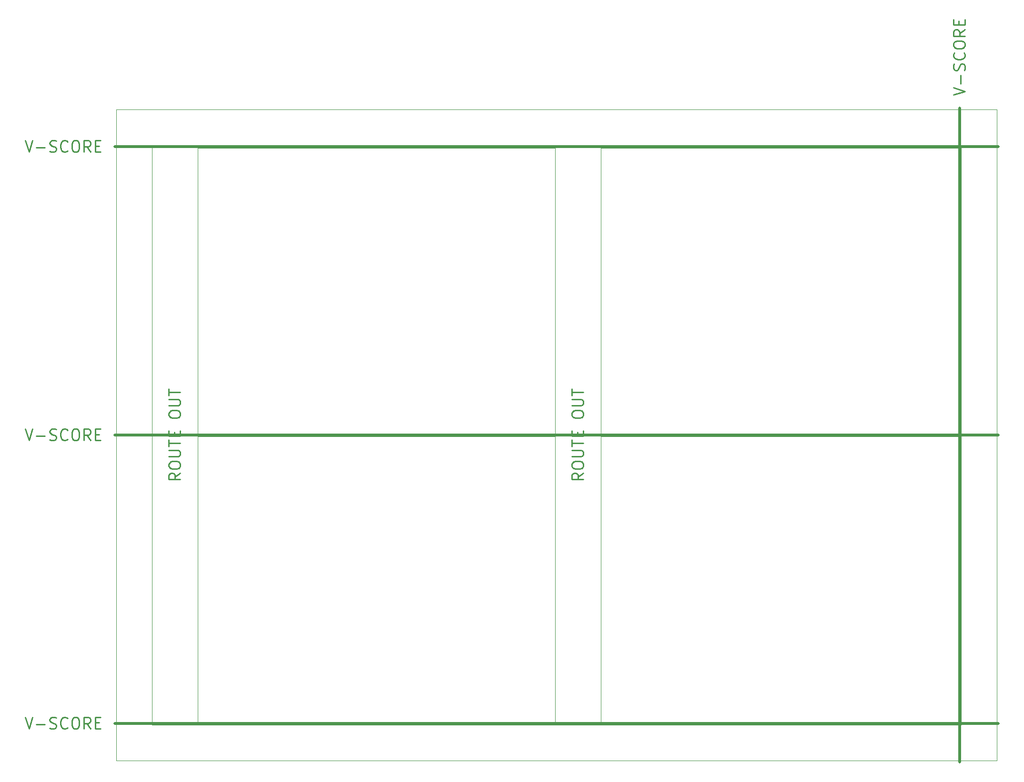
<source format=gko>
%TF.GenerationSoftware,KiCad,Pcbnew,9.0.1*%
%TF.CreationDate,2025-05-12T17:56:43+01:00*%
%TF.ProjectId,SparkFun_GNSS_Flex_Breakout_panelized,53706172-6b46-4756-9e5f-474e53535f46,v10*%
%TF.SameCoordinates,Original*%
%TF.FileFunction,Soldermask,Bot*%
%TF.FilePolarity,Negative*%
%FSLAX46Y46*%
G04 Gerber Fmt 4.6, Leading zero omitted, Abs format (unit mm)*
G04 Created by KiCad (PCBNEW 9.0.1) date 2025-05-12 17:56:43*
%MOMM*%
%LPD*%
G01*
G04 APERTURE LIST*
%TA.AperFunction,Profile*%
%ADD10C,0.100000*%
%TD*%
%ADD11C,0.500000*%
%ADD12C,0.250000*%
G04 APERTURE END LIST*
D10*
X-8120000Y-500000D02*
X-8120000Y102600000D01*
X63500000Y0D02*
X0Y0D01*
X0Y50800000D01*
X63500000Y50800000D01*
X63500000Y0D01*
X141970000Y108950000D02*
X141970000Y-6850000D01*
X141970000Y-6850000D02*
X-14470000Y-6850000D01*
X63500000Y51300000D02*
X0Y51300000D01*
X0Y102100000D01*
X63500000Y102100000D01*
X63500000Y51300000D01*
X135620000Y102600000D02*
X135620000Y-500000D01*
X135120000Y0D02*
X71620000Y0D01*
X71620000Y50800000D01*
X135120000Y50800000D01*
X135120000Y0D01*
X-8120000Y102600000D02*
X135620000Y102600000D01*
X-14470000Y108950000D02*
X141970000Y108950000D01*
X135120000Y51300000D02*
X71620000Y51300000D01*
X71620000Y102100000D01*
X135120000Y102100000D01*
X135120000Y51300000D01*
X135620000Y-500000D02*
X-8120000Y-500000D01*
X-14470000Y-6850000D02*
X-14470000Y108950000D01*
D11*
X135370000Y109200000D02*
X135370000Y-7100000D01*
X-14720000Y51050000D02*
X142220000Y51050000D01*
X-14720000Y102350000D02*
X142220000Y102350000D01*
X-14720000Y-250000D02*
X142220000Y-250000D01*
D12*
X68472238Y44288095D02*
X67519857Y43621428D01*
X68472238Y43145238D02*
X66472238Y43145238D01*
X66472238Y43145238D02*
X66472238Y43907143D01*
X66472238Y43907143D02*
X66567476Y44097619D01*
X66567476Y44097619D02*
X66662714Y44192857D01*
X66662714Y44192857D02*
X66853190Y44288095D01*
X66853190Y44288095D02*
X67138904Y44288095D01*
X67138904Y44288095D02*
X67329380Y44192857D01*
X67329380Y44192857D02*
X67424619Y44097619D01*
X67424619Y44097619D02*
X67519857Y43907143D01*
X67519857Y43907143D02*
X67519857Y43145238D01*
X66472238Y45526190D02*
X66472238Y45907143D01*
X66472238Y45907143D02*
X66567476Y46097619D01*
X66567476Y46097619D02*
X66757952Y46288095D01*
X66757952Y46288095D02*
X67138904Y46383333D01*
X67138904Y46383333D02*
X67805571Y46383333D01*
X67805571Y46383333D02*
X68186523Y46288095D01*
X68186523Y46288095D02*
X68377000Y46097619D01*
X68377000Y46097619D02*
X68472238Y45907143D01*
X68472238Y45907143D02*
X68472238Y45526190D01*
X68472238Y45526190D02*
X68377000Y45335714D01*
X68377000Y45335714D02*
X68186523Y45145238D01*
X68186523Y45145238D02*
X67805571Y45050000D01*
X67805571Y45050000D02*
X67138904Y45050000D01*
X67138904Y45050000D02*
X66757952Y45145238D01*
X66757952Y45145238D02*
X66567476Y45335714D01*
X66567476Y45335714D02*
X66472238Y45526190D01*
X66472238Y47240476D02*
X68091285Y47240476D01*
X68091285Y47240476D02*
X68281761Y47335714D01*
X68281761Y47335714D02*
X68377000Y47430952D01*
X68377000Y47430952D02*
X68472238Y47621428D01*
X68472238Y47621428D02*
X68472238Y48002381D01*
X68472238Y48002381D02*
X68377000Y48192857D01*
X68377000Y48192857D02*
X68281761Y48288095D01*
X68281761Y48288095D02*
X68091285Y48383333D01*
X68091285Y48383333D02*
X66472238Y48383333D01*
X66472238Y49050000D02*
X66472238Y50192857D01*
X68472238Y49621428D02*
X66472238Y49621428D01*
X67424619Y50859524D02*
X67424619Y51526191D01*
X68472238Y51811905D02*
X68472238Y50859524D01*
X68472238Y50859524D02*
X66472238Y50859524D01*
X66472238Y50859524D02*
X66472238Y51811905D01*
X66472238Y54573810D02*
X66472238Y54954763D01*
X66472238Y54954763D02*
X66567476Y55145239D01*
X66567476Y55145239D02*
X66757952Y55335715D01*
X66757952Y55335715D02*
X67138904Y55430953D01*
X67138904Y55430953D02*
X67805571Y55430953D01*
X67805571Y55430953D02*
X68186523Y55335715D01*
X68186523Y55335715D02*
X68377000Y55145239D01*
X68377000Y55145239D02*
X68472238Y54954763D01*
X68472238Y54954763D02*
X68472238Y54573810D01*
X68472238Y54573810D02*
X68377000Y54383334D01*
X68377000Y54383334D02*
X68186523Y54192858D01*
X68186523Y54192858D02*
X67805571Y54097620D01*
X67805571Y54097620D02*
X67138904Y54097620D01*
X67138904Y54097620D02*
X66757952Y54192858D01*
X66757952Y54192858D02*
X66567476Y54383334D01*
X66567476Y54383334D02*
X66472238Y54573810D01*
X66472238Y56288096D02*
X68091285Y56288096D01*
X68091285Y56288096D02*
X68281761Y56383334D01*
X68281761Y56383334D02*
X68377000Y56478572D01*
X68377000Y56478572D02*
X68472238Y56669048D01*
X68472238Y56669048D02*
X68472238Y57050001D01*
X68472238Y57050001D02*
X68377000Y57240477D01*
X68377000Y57240477D02*
X68281761Y57335715D01*
X68281761Y57335715D02*
X68091285Y57430953D01*
X68091285Y57430953D02*
X66472238Y57430953D01*
X66472238Y58097620D02*
X66472238Y59240477D01*
X68472238Y58669048D02*
X66472238Y58669048D01*
X-3147762Y44288095D02*
X-4100143Y43621428D01*
X-3147762Y43145238D02*
X-5147762Y43145238D01*
X-5147762Y43145238D02*
X-5147762Y43907143D01*
X-5147762Y43907143D02*
X-5052524Y44097619D01*
X-5052524Y44097619D02*
X-4957286Y44192857D01*
X-4957286Y44192857D02*
X-4766810Y44288095D01*
X-4766810Y44288095D02*
X-4481096Y44288095D01*
X-4481096Y44288095D02*
X-4290620Y44192857D01*
X-4290620Y44192857D02*
X-4195381Y44097619D01*
X-4195381Y44097619D02*
X-4100143Y43907143D01*
X-4100143Y43907143D02*
X-4100143Y43145238D01*
X-5147762Y45526190D02*
X-5147762Y45907143D01*
X-5147762Y45907143D02*
X-5052524Y46097619D01*
X-5052524Y46097619D02*
X-4862048Y46288095D01*
X-4862048Y46288095D02*
X-4481096Y46383333D01*
X-4481096Y46383333D02*
X-3814429Y46383333D01*
X-3814429Y46383333D02*
X-3433477Y46288095D01*
X-3433477Y46288095D02*
X-3243000Y46097619D01*
X-3243000Y46097619D02*
X-3147762Y45907143D01*
X-3147762Y45907143D02*
X-3147762Y45526190D01*
X-3147762Y45526190D02*
X-3243000Y45335714D01*
X-3243000Y45335714D02*
X-3433477Y45145238D01*
X-3433477Y45145238D02*
X-3814429Y45050000D01*
X-3814429Y45050000D02*
X-4481096Y45050000D01*
X-4481096Y45050000D02*
X-4862048Y45145238D01*
X-4862048Y45145238D02*
X-5052524Y45335714D01*
X-5052524Y45335714D02*
X-5147762Y45526190D01*
X-5147762Y47240476D02*
X-3528715Y47240476D01*
X-3528715Y47240476D02*
X-3338239Y47335714D01*
X-3338239Y47335714D02*
X-3243000Y47430952D01*
X-3243000Y47430952D02*
X-3147762Y47621428D01*
X-3147762Y47621428D02*
X-3147762Y48002381D01*
X-3147762Y48002381D02*
X-3243000Y48192857D01*
X-3243000Y48192857D02*
X-3338239Y48288095D01*
X-3338239Y48288095D02*
X-3528715Y48383333D01*
X-3528715Y48383333D02*
X-5147762Y48383333D01*
X-5147762Y49050000D02*
X-5147762Y50192857D01*
X-3147762Y49621428D02*
X-5147762Y49621428D01*
X-4195381Y50859524D02*
X-4195381Y51526191D01*
X-3147762Y51811905D02*
X-3147762Y50859524D01*
X-3147762Y50859524D02*
X-5147762Y50859524D01*
X-5147762Y50859524D02*
X-5147762Y51811905D01*
X-5147762Y54573810D02*
X-5147762Y54954763D01*
X-5147762Y54954763D02*
X-5052524Y55145239D01*
X-5052524Y55145239D02*
X-4862048Y55335715D01*
X-4862048Y55335715D02*
X-4481096Y55430953D01*
X-4481096Y55430953D02*
X-3814429Y55430953D01*
X-3814429Y55430953D02*
X-3433477Y55335715D01*
X-3433477Y55335715D02*
X-3243000Y55145239D01*
X-3243000Y55145239D02*
X-3147762Y54954763D01*
X-3147762Y54954763D02*
X-3147762Y54573810D01*
X-3147762Y54573810D02*
X-3243000Y54383334D01*
X-3243000Y54383334D02*
X-3433477Y54192858D01*
X-3433477Y54192858D02*
X-3814429Y54097620D01*
X-3814429Y54097620D02*
X-4481096Y54097620D01*
X-4481096Y54097620D02*
X-4862048Y54192858D01*
X-4862048Y54192858D02*
X-5052524Y54383334D01*
X-5052524Y54383334D02*
X-5147762Y54573810D01*
X-5147762Y56288096D02*
X-3528715Y56288096D01*
X-3528715Y56288096D02*
X-3338239Y56383334D01*
X-3338239Y56383334D02*
X-3243000Y56478572D01*
X-3243000Y56478572D02*
X-3147762Y56669048D01*
X-3147762Y56669048D02*
X-3147762Y57050001D01*
X-3147762Y57050001D02*
X-3243000Y57240477D01*
X-3243000Y57240477D02*
X-3338239Y57335715D01*
X-3338239Y57335715D02*
X-3528715Y57430953D01*
X-3528715Y57430953D02*
X-5147762Y57430953D01*
X-5147762Y58097620D02*
X-5147762Y59240477D01*
X-3147762Y58669048D02*
X-5147762Y58669048D01*
X134282238Y111554950D02*
X136282238Y112221616D01*
X136282238Y112221616D02*
X134282238Y112888283D01*
X135520333Y113554950D02*
X135520333Y115078759D01*
X136187000Y115935902D02*
X136282238Y116221616D01*
X136282238Y116221616D02*
X136282238Y116697807D01*
X136282238Y116697807D02*
X136187000Y116888283D01*
X136187000Y116888283D02*
X136091761Y116983521D01*
X136091761Y116983521D02*
X135901285Y117078759D01*
X135901285Y117078759D02*
X135710809Y117078759D01*
X135710809Y117078759D02*
X135520333Y116983521D01*
X135520333Y116983521D02*
X135425095Y116888283D01*
X135425095Y116888283D02*
X135329857Y116697807D01*
X135329857Y116697807D02*
X135234619Y116316854D01*
X135234619Y116316854D02*
X135139380Y116126378D01*
X135139380Y116126378D02*
X135044142Y116031140D01*
X135044142Y116031140D02*
X134853666Y115935902D01*
X134853666Y115935902D02*
X134663190Y115935902D01*
X134663190Y115935902D02*
X134472714Y116031140D01*
X134472714Y116031140D02*
X134377476Y116126378D01*
X134377476Y116126378D02*
X134282238Y116316854D01*
X134282238Y116316854D02*
X134282238Y116793045D01*
X134282238Y116793045D02*
X134377476Y117078759D01*
X136091761Y119078759D02*
X136187000Y118983521D01*
X136187000Y118983521D02*
X136282238Y118697807D01*
X136282238Y118697807D02*
X136282238Y118507331D01*
X136282238Y118507331D02*
X136187000Y118221616D01*
X136187000Y118221616D02*
X135996523Y118031140D01*
X135996523Y118031140D02*
X135806047Y117935902D01*
X135806047Y117935902D02*
X135425095Y117840664D01*
X135425095Y117840664D02*
X135139380Y117840664D01*
X135139380Y117840664D02*
X134758428Y117935902D01*
X134758428Y117935902D02*
X134567952Y118031140D01*
X134567952Y118031140D02*
X134377476Y118221616D01*
X134377476Y118221616D02*
X134282238Y118507331D01*
X134282238Y118507331D02*
X134282238Y118697807D01*
X134282238Y118697807D02*
X134377476Y118983521D01*
X134377476Y118983521D02*
X134472714Y119078759D01*
X134282238Y120316854D02*
X134282238Y120697807D01*
X134282238Y120697807D02*
X134377476Y120888283D01*
X134377476Y120888283D02*
X134567952Y121078759D01*
X134567952Y121078759D02*
X134948904Y121173997D01*
X134948904Y121173997D02*
X135615571Y121173997D01*
X135615571Y121173997D02*
X135996523Y121078759D01*
X135996523Y121078759D02*
X136187000Y120888283D01*
X136187000Y120888283D02*
X136282238Y120697807D01*
X136282238Y120697807D02*
X136282238Y120316854D01*
X136282238Y120316854D02*
X136187000Y120126378D01*
X136187000Y120126378D02*
X135996523Y119935902D01*
X135996523Y119935902D02*
X135615571Y119840664D01*
X135615571Y119840664D02*
X134948904Y119840664D01*
X134948904Y119840664D02*
X134567952Y119935902D01*
X134567952Y119935902D02*
X134377476Y120126378D01*
X134377476Y120126378D02*
X134282238Y120316854D01*
X136282238Y123173997D02*
X135329857Y122507330D01*
X136282238Y122031140D02*
X134282238Y122031140D01*
X134282238Y122031140D02*
X134282238Y122793045D01*
X134282238Y122793045D02*
X134377476Y122983521D01*
X134377476Y122983521D02*
X134472714Y123078759D01*
X134472714Y123078759D02*
X134663190Y123173997D01*
X134663190Y123173997D02*
X134948904Y123173997D01*
X134948904Y123173997D02*
X135139380Y123078759D01*
X135139380Y123078759D02*
X135234619Y122983521D01*
X135234619Y122983521D02*
X135329857Y122793045D01*
X135329857Y122793045D02*
X135329857Y122031140D01*
X135234619Y124031140D02*
X135234619Y124697806D01*
X136282238Y124983520D02*
X136282238Y124031140D01*
X136282238Y124031140D02*
X134282238Y124031140D01*
X134282238Y124031140D02*
X134282238Y124983520D01*
X-30693997Y103437762D02*
X-30027331Y101437762D01*
X-30027331Y101437762D02*
X-29360664Y103437762D01*
X-28693997Y102199667D02*
X-27170187Y102199667D01*
X-26313045Y101533000D02*
X-26027331Y101437762D01*
X-26027331Y101437762D02*
X-25551140Y101437762D01*
X-25551140Y101437762D02*
X-25360664Y101533000D01*
X-25360664Y101533000D02*
X-25265426Y101628239D01*
X-25265426Y101628239D02*
X-25170188Y101818715D01*
X-25170188Y101818715D02*
X-25170188Y102009191D01*
X-25170188Y102009191D02*
X-25265426Y102199667D01*
X-25265426Y102199667D02*
X-25360664Y102294905D01*
X-25360664Y102294905D02*
X-25551140Y102390143D01*
X-25551140Y102390143D02*
X-25932093Y102485381D01*
X-25932093Y102485381D02*
X-26122569Y102580620D01*
X-26122569Y102580620D02*
X-26217807Y102675858D01*
X-26217807Y102675858D02*
X-26313045Y102866334D01*
X-26313045Y102866334D02*
X-26313045Y103056810D01*
X-26313045Y103056810D02*
X-26217807Y103247286D01*
X-26217807Y103247286D02*
X-26122569Y103342524D01*
X-26122569Y103342524D02*
X-25932093Y103437762D01*
X-25932093Y103437762D02*
X-25455902Y103437762D01*
X-25455902Y103437762D02*
X-25170188Y103342524D01*
X-23170188Y101628239D02*
X-23265426Y101533000D01*
X-23265426Y101533000D02*
X-23551140Y101437762D01*
X-23551140Y101437762D02*
X-23741616Y101437762D01*
X-23741616Y101437762D02*
X-24027331Y101533000D01*
X-24027331Y101533000D02*
X-24217807Y101723477D01*
X-24217807Y101723477D02*
X-24313045Y101913953D01*
X-24313045Y101913953D02*
X-24408283Y102294905D01*
X-24408283Y102294905D02*
X-24408283Y102580620D01*
X-24408283Y102580620D02*
X-24313045Y102961572D01*
X-24313045Y102961572D02*
X-24217807Y103152048D01*
X-24217807Y103152048D02*
X-24027331Y103342524D01*
X-24027331Y103342524D02*
X-23741616Y103437762D01*
X-23741616Y103437762D02*
X-23551140Y103437762D01*
X-23551140Y103437762D02*
X-23265426Y103342524D01*
X-23265426Y103342524D02*
X-23170188Y103247286D01*
X-21932093Y103437762D02*
X-21551140Y103437762D01*
X-21551140Y103437762D02*
X-21360664Y103342524D01*
X-21360664Y103342524D02*
X-21170188Y103152048D01*
X-21170188Y103152048D02*
X-21074950Y102771096D01*
X-21074950Y102771096D02*
X-21074950Y102104429D01*
X-21074950Y102104429D02*
X-21170188Y101723477D01*
X-21170188Y101723477D02*
X-21360664Y101533000D01*
X-21360664Y101533000D02*
X-21551140Y101437762D01*
X-21551140Y101437762D02*
X-21932093Y101437762D01*
X-21932093Y101437762D02*
X-22122569Y101533000D01*
X-22122569Y101533000D02*
X-22313045Y101723477D01*
X-22313045Y101723477D02*
X-22408283Y102104429D01*
X-22408283Y102104429D02*
X-22408283Y102771096D01*
X-22408283Y102771096D02*
X-22313045Y103152048D01*
X-22313045Y103152048D02*
X-22122569Y103342524D01*
X-22122569Y103342524D02*
X-21932093Y103437762D01*
X-19074950Y101437762D02*
X-19741617Y102390143D01*
X-20217807Y101437762D02*
X-20217807Y103437762D01*
X-20217807Y103437762D02*
X-19455902Y103437762D01*
X-19455902Y103437762D02*
X-19265426Y103342524D01*
X-19265426Y103342524D02*
X-19170188Y103247286D01*
X-19170188Y103247286D02*
X-19074950Y103056810D01*
X-19074950Y103056810D02*
X-19074950Y102771096D01*
X-19074950Y102771096D02*
X-19170188Y102580620D01*
X-19170188Y102580620D02*
X-19265426Y102485381D01*
X-19265426Y102485381D02*
X-19455902Y102390143D01*
X-19455902Y102390143D02*
X-20217807Y102390143D01*
X-18217807Y102485381D02*
X-17551140Y102485381D01*
X-17265426Y101437762D02*
X-18217807Y101437762D01*
X-18217807Y101437762D02*
X-18217807Y103437762D01*
X-18217807Y103437762D02*
X-17265426Y103437762D01*
X-30693997Y837762D02*
X-30027331Y-1162238D01*
X-30027331Y-1162238D02*
X-29360664Y837762D01*
X-28693997Y-400333D02*
X-27170187Y-400333D01*
X-26313045Y-1067000D02*
X-26027331Y-1162238D01*
X-26027331Y-1162238D02*
X-25551140Y-1162238D01*
X-25551140Y-1162238D02*
X-25360664Y-1067000D01*
X-25360664Y-1067000D02*
X-25265426Y-971761D01*
X-25265426Y-971761D02*
X-25170188Y-781285D01*
X-25170188Y-781285D02*
X-25170188Y-590809D01*
X-25170188Y-590809D02*
X-25265426Y-400333D01*
X-25265426Y-400333D02*
X-25360664Y-305095D01*
X-25360664Y-305095D02*
X-25551140Y-209857D01*
X-25551140Y-209857D02*
X-25932093Y-114619D01*
X-25932093Y-114619D02*
X-26122569Y-19380D01*
X-26122569Y-19380D02*
X-26217807Y75858D01*
X-26217807Y75858D02*
X-26313045Y266334D01*
X-26313045Y266334D02*
X-26313045Y456810D01*
X-26313045Y456810D02*
X-26217807Y647286D01*
X-26217807Y647286D02*
X-26122569Y742524D01*
X-26122569Y742524D02*
X-25932093Y837762D01*
X-25932093Y837762D02*
X-25455902Y837762D01*
X-25455902Y837762D02*
X-25170188Y742524D01*
X-23170188Y-971761D02*
X-23265426Y-1067000D01*
X-23265426Y-1067000D02*
X-23551140Y-1162238D01*
X-23551140Y-1162238D02*
X-23741616Y-1162238D01*
X-23741616Y-1162238D02*
X-24027331Y-1067000D01*
X-24027331Y-1067000D02*
X-24217807Y-876523D01*
X-24217807Y-876523D02*
X-24313045Y-686047D01*
X-24313045Y-686047D02*
X-24408283Y-305095D01*
X-24408283Y-305095D02*
X-24408283Y-19380D01*
X-24408283Y-19380D02*
X-24313045Y361572D01*
X-24313045Y361572D02*
X-24217807Y552048D01*
X-24217807Y552048D02*
X-24027331Y742524D01*
X-24027331Y742524D02*
X-23741616Y837762D01*
X-23741616Y837762D02*
X-23551140Y837762D01*
X-23551140Y837762D02*
X-23265426Y742524D01*
X-23265426Y742524D02*
X-23170188Y647286D01*
X-21932093Y837762D02*
X-21551140Y837762D01*
X-21551140Y837762D02*
X-21360664Y742524D01*
X-21360664Y742524D02*
X-21170188Y552048D01*
X-21170188Y552048D02*
X-21074950Y171096D01*
X-21074950Y171096D02*
X-21074950Y-495571D01*
X-21074950Y-495571D02*
X-21170188Y-876523D01*
X-21170188Y-876523D02*
X-21360664Y-1067000D01*
X-21360664Y-1067000D02*
X-21551140Y-1162238D01*
X-21551140Y-1162238D02*
X-21932093Y-1162238D01*
X-21932093Y-1162238D02*
X-22122569Y-1067000D01*
X-22122569Y-1067000D02*
X-22313045Y-876523D01*
X-22313045Y-876523D02*
X-22408283Y-495571D01*
X-22408283Y-495571D02*
X-22408283Y171096D01*
X-22408283Y171096D02*
X-22313045Y552048D01*
X-22313045Y552048D02*
X-22122569Y742524D01*
X-22122569Y742524D02*
X-21932093Y837762D01*
X-19074950Y-1162238D02*
X-19741617Y-209857D01*
X-20217807Y-1162238D02*
X-20217807Y837762D01*
X-20217807Y837762D02*
X-19455902Y837762D01*
X-19455902Y837762D02*
X-19265426Y742524D01*
X-19265426Y742524D02*
X-19170188Y647286D01*
X-19170188Y647286D02*
X-19074950Y456810D01*
X-19074950Y456810D02*
X-19074950Y171096D01*
X-19074950Y171096D02*
X-19170188Y-19380D01*
X-19170188Y-19380D02*
X-19265426Y-114619D01*
X-19265426Y-114619D02*
X-19455902Y-209857D01*
X-19455902Y-209857D02*
X-20217807Y-209857D01*
X-18217807Y-114619D02*
X-17551140Y-114619D01*
X-17265426Y-1162238D02*
X-18217807Y-1162238D01*
X-18217807Y-1162238D02*
X-18217807Y837762D01*
X-18217807Y837762D02*
X-17265426Y837762D01*
X-30693997Y52137762D02*
X-30027331Y50137762D01*
X-30027331Y50137762D02*
X-29360664Y52137762D01*
X-28693997Y50899667D02*
X-27170187Y50899667D01*
X-26313045Y50233000D02*
X-26027331Y50137762D01*
X-26027331Y50137762D02*
X-25551140Y50137762D01*
X-25551140Y50137762D02*
X-25360664Y50233000D01*
X-25360664Y50233000D02*
X-25265426Y50328239D01*
X-25265426Y50328239D02*
X-25170188Y50518715D01*
X-25170188Y50518715D02*
X-25170188Y50709191D01*
X-25170188Y50709191D02*
X-25265426Y50899667D01*
X-25265426Y50899667D02*
X-25360664Y50994905D01*
X-25360664Y50994905D02*
X-25551140Y51090143D01*
X-25551140Y51090143D02*
X-25932093Y51185381D01*
X-25932093Y51185381D02*
X-26122569Y51280620D01*
X-26122569Y51280620D02*
X-26217807Y51375858D01*
X-26217807Y51375858D02*
X-26313045Y51566334D01*
X-26313045Y51566334D02*
X-26313045Y51756810D01*
X-26313045Y51756810D02*
X-26217807Y51947286D01*
X-26217807Y51947286D02*
X-26122569Y52042524D01*
X-26122569Y52042524D02*
X-25932093Y52137762D01*
X-25932093Y52137762D02*
X-25455902Y52137762D01*
X-25455902Y52137762D02*
X-25170188Y52042524D01*
X-23170188Y50328239D02*
X-23265426Y50233000D01*
X-23265426Y50233000D02*
X-23551140Y50137762D01*
X-23551140Y50137762D02*
X-23741616Y50137762D01*
X-23741616Y50137762D02*
X-24027331Y50233000D01*
X-24027331Y50233000D02*
X-24217807Y50423477D01*
X-24217807Y50423477D02*
X-24313045Y50613953D01*
X-24313045Y50613953D02*
X-24408283Y50994905D01*
X-24408283Y50994905D02*
X-24408283Y51280620D01*
X-24408283Y51280620D02*
X-24313045Y51661572D01*
X-24313045Y51661572D02*
X-24217807Y51852048D01*
X-24217807Y51852048D02*
X-24027331Y52042524D01*
X-24027331Y52042524D02*
X-23741616Y52137762D01*
X-23741616Y52137762D02*
X-23551140Y52137762D01*
X-23551140Y52137762D02*
X-23265426Y52042524D01*
X-23265426Y52042524D02*
X-23170188Y51947286D01*
X-21932093Y52137762D02*
X-21551140Y52137762D01*
X-21551140Y52137762D02*
X-21360664Y52042524D01*
X-21360664Y52042524D02*
X-21170188Y51852048D01*
X-21170188Y51852048D02*
X-21074950Y51471096D01*
X-21074950Y51471096D02*
X-21074950Y50804429D01*
X-21074950Y50804429D02*
X-21170188Y50423477D01*
X-21170188Y50423477D02*
X-21360664Y50233000D01*
X-21360664Y50233000D02*
X-21551140Y50137762D01*
X-21551140Y50137762D02*
X-21932093Y50137762D01*
X-21932093Y50137762D02*
X-22122569Y50233000D01*
X-22122569Y50233000D02*
X-22313045Y50423477D01*
X-22313045Y50423477D02*
X-22408283Y50804429D01*
X-22408283Y50804429D02*
X-22408283Y51471096D01*
X-22408283Y51471096D02*
X-22313045Y51852048D01*
X-22313045Y51852048D02*
X-22122569Y52042524D01*
X-22122569Y52042524D02*
X-21932093Y52137762D01*
X-19074950Y50137762D02*
X-19741617Y51090143D01*
X-20217807Y50137762D02*
X-20217807Y52137762D01*
X-20217807Y52137762D02*
X-19455902Y52137762D01*
X-19455902Y52137762D02*
X-19265426Y52042524D01*
X-19265426Y52042524D02*
X-19170188Y51947286D01*
X-19170188Y51947286D02*
X-19074950Y51756810D01*
X-19074950Y51756810D02*
X-19074950Y51471096D01*
X-19074950Y51471096D02*
X-19170188Y51280620D01*
X-19170188Y51280620D02*
X-19265426Y51185381D01*
X-19265426Y51185381D02*
X-19455902Y51090143D01*
X-19455902Y51090143D02*
X-20217807Y51090143D01*
X-18217807Y51185381D02*
X-17551140Y51185381D01*
X-17265426Y50137762D02*
X-18217807Y50137762D01*
X-18217807Y50137762D02*
X-18217807Y52137762D01*
X-18217807Y52137762D02*
X-17265426Y52137762D01*
M02*

</source>
